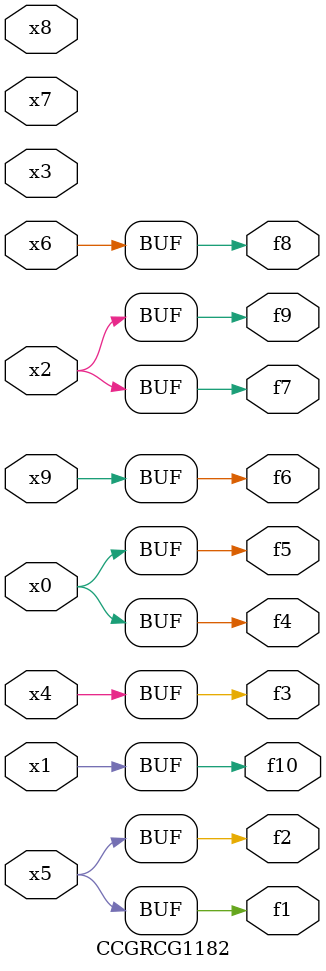
<source format=v>
module CCGRCG1182(
	input x0, x1, x2, x3, x4, x5, x6, x7, x8, x9,
	output f1, f2, f3, f4, f5, f6, f7, f8, f9, f10
);
	assign f1 = x5;
	assign f2 = x5;
	assign f3 = x4;
	assign f4 = x0;
	assign f5 = x0;
	assign f6 = x9;
	assign f7 = x2;
	assign f8 = x6;
	assign f9 = x2;
	assign f10 = x1;
endmodule

</source>
